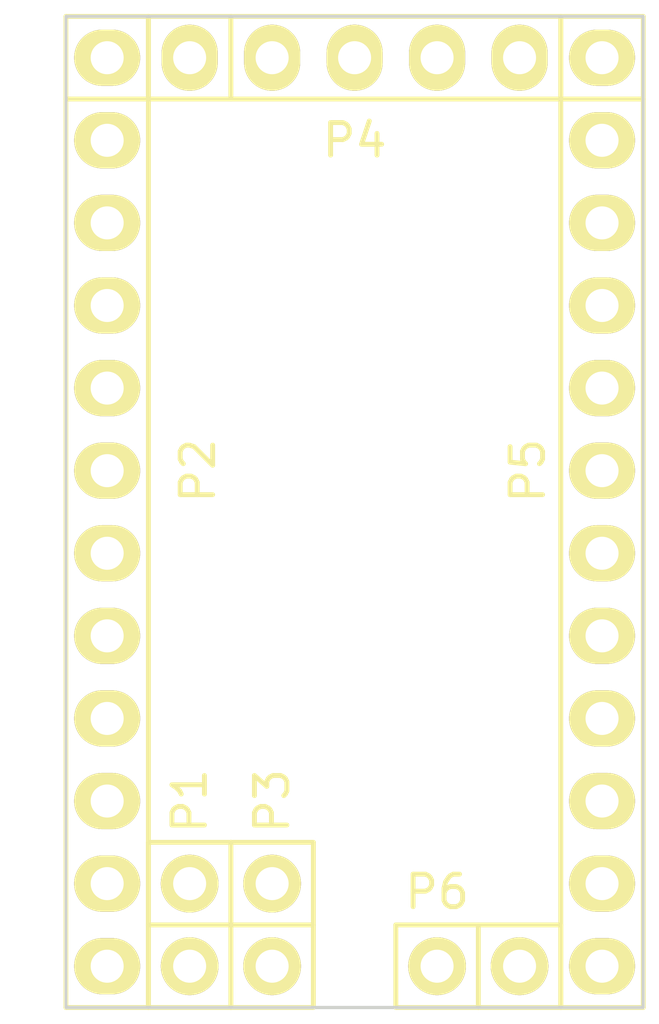
<source format=kicad_pcb>
(kicad_pcb (version 20210126) (generator pcbnew)
  (title_block (date "sam. 04 avril 2015"))
  (layers (0 "F.Cu" signal) (31 "B.Cu" signal) (34 "B.Paste" user) (35 "F.Paste" user) (36 "B.SilkS" user "B.Silkscreen") (37 "F.SilkS" user "F.Silkscreen") (38 "B.Mask" user) (39 "F.Mask" user) (44 "Edge.Cuts" user))
  (net 0 "")
  (net 1 "/A6")
  (net 2 "/A4")
  (net 3 "/1(Tx)")
  (net 4 "/0(Rx)")
  (net 5 "/Reset")
  (net 6 "GND")
  (net 7 "/2")
  (net 8 "/3(**)")
  (net 9 "/4")
  (net 10 "/5(**)")
  (net 11 "/6(**)")
  (net 12 "/7")
  (net 13 "/8")
  (net 14 "/9(**)")
  (net 15 "/A7")
  (net 16 "/A5")
  (net 17 "+5V")
  (net 18 "+9V")
  (net 19 "/A3")
  (net 20 "/A2")
  (net 21 "/A1")
  (net 22 "/A0")
  (net 23 "/13(SCK)")
  (net 24 "/10(**/SS)")
  (net 25 "/12(**/MISO)")
  (net 26 "/11(MOSI)")
  (footprint "Socket_Arduino_Mini:Socket_Strip_Arduino_1x12" (layer "F.Cu") (at 135.763 77.216 -90)
    (fp_text reference "P2" (at 12.7 -2.794 -90) (layer "F.SilkS"))
    (fp_text value "Digital")
    (fp_line (start 1.27 1.27) (end 29.21 1.27) (layer "F.SilkS") (width 0.15))
    (fp_line (start -1.27 1.27) (end 1.27 1.27) (layer "F.SilkS") (width 0.15))
    (fp_line (start 29.21 -1.27) (end 1.27 -1.27) (layer "F.SilkS") (width 0.15))
    (fp_line (start 1.27 1.27) (end 1.27 -1.27) (layer "F.SilkS") (width 0.15))
    (fp_line (start 1.27 -1.27) (end -1.27 -1.27) (layer "F.SilkS") (width 0.15))
    (fp_line (start -1.27 -1.27) (end -1.27 1.27) (layer "F.SilkS") (width 0.15))
    (fp_line (start 29.21 1.27) (end 29.21 -1.27) (layer "F.SilkS") (width 0.15))
    (pad "1" thru_hole oval (at 0 0 270) (size 1.7272 2.032) (drill 1.016) (layers *.Cu *.Mask "F.SilkS") (net 3 "/1(Tx)"))
    (pad "2" thru_hole oval (at 2.54 0 270) (size 1.7272 2.032) (drill 1.016) (layers *.Cu *.Mask "F.SilkS") (net 4 "/0(Rx)"))
    (pad "3" thru_hole oval (at 5.08 0 270) (size 1.7272 2.032) (drill 1.016) (layers *.Cu *.Mask "F.SilkS") (net 5 "/Reset"))
    (pad "4" thru_hole oval (at 7.62 0 270) (size 1.7272 2.032) (drill 1.016) (layers *.Cu *.Mask "F.SilkS") (net 6 "GND"))
    (pad "5" thru_hole oval (at 10.16 0 270) (size 1.7272 2.032) (drill 1.016) (layers *.Cu *.Mask "F.SilkS") (net 7 "/2"))
    (pad "6" thru_hole oval (at 12.7 0 270) (size 1.7272 2.032) (drill 1.016) (layers *.Cu *.Mask "F.SilkS") (net 8 "/3(**)"))
    (pad "7" thru_hole oval (at 15.24 0 270) (size 1.7272 2.032) (drill 1.016) (layers *.Cu *.Mask "F.SilkS") (net 9 "/4"))
    (pad "8" thru_hole oval (at 17.78 0 270) (size 1.7272 2.032) (drill 1.016) (layers *.Cu *.Mask "F.SilkS") (net 10 "/5(**)"))
    (pad "9" thru_hole oval (at 20.32 0 270) (size 1.7272 2.032) (drill 1.016) (layers *.Cu *.Mask "F.SilkS") (net 11 "/6(**)"))
    (pad "10" thru_hole oval (at 22.86 0 270) (size 1.7272 2.032) (drill 1.016) (layers *.Cu *.Mask "F.SilkS") (net 12 "/7"))
    (pad "11" thru_hole oval (at 25.4 0 270) (size 1.7272 2.032) (drill 1.016) (layers *.Cu *.Mask "F.SilkS") (net 13 "/8"))
    (pad "12" thru_hole oval (at 27.94 0 270) (size 1.7272 2.032) (drill 1.016) (layers *.Cu *.Mask "F.SilkS") (net 14 "/9(**)"))
  )
  (footprint "Socket_Arduino_Mini:Socket_Strip_Arduino_1x05" (layer "F.Cu") (at 138.303 77.216)
    (fp_text reference "P4" (at 5.08 2.54) (layer "F.SilkS"))
    (fp_text value "COM")
    (fp_line (start 11.43 -1.27) (end 1.27 -1.27) (layer "F.SilkS") (width 0.15))
    (fp_line (start -1.27 1.27) (end 1.27 1.27) (layer "F.SilkS") (width 0.15))
    (fp_line (start -1.27 -1.27) (end -1.27 1.27) (layer "F.SilkS") (width 0.15))
    (fp_line (start 1.27 1.27) (end 1.27 -1.27) (layer "F.SilkS") (width 0.15))
    (fp_line (start 1.27 -1.27) (end -1.27 -1.27) (layer "F.SilkS") (width 0.15))
    (fp_line (start 1.27 1.27) (end 11.43 1.27) (layer "F.SilkS") (width 0.15))
    (fp_line (start 11.43 1.27) (end 11.43 -1.27) (layer "F.SilkS") (width 0.15))
    (pad "1" thru_hole oval (at 0 0) (size 1.7272 2.032) (drill 1.016) (layers *.Cu *.Mask "F.SilkS") (net 5 "/Reset"))
    (pad "2" thru_hole oval (at 2.54 0) (size 1.7272 2.032) (drill 1.016) (layers *.Cu *.Mask "F.SilkS") (net 3 "/1(Tx)"))
    (pad "3" thru_hole oval (at 5.08 0) (size 1.7272 2.032) (drill 1.016) (layers *.Cu *.Mask "F.SilkS") (net 4 "/0(Rx)"))
    (pad "4" thru_hole oval (at 7.62 0) (size 1.7272 2.032) (drill 1.016) (layers *.Cu *.Mask "F.SilkS") (net 17 "+5V"))
    (pad "5" thru_hole oval (at 10.16 0) (size 1.7272 2.032) (drill 1.016) (layers *.Cu *.Mask "F.SilkS") (net 6 "GND"))
  )
  (footprint "Socket_Arduino_Mini:Socket_Strip_Arduino_1x12" (layer "F.Cu") (at 151.003 77.216 -90)
    (fp_text reference "P5" (at 12.7 2.286 -90) (layer "F.SilkS"))
    (fp_text value "Analog")
    (fp_line (start -1.27 -1.27) (end -1.27 1.27) (layer "F.SilkS") (width 0.15))
    (fp_line (start 1.27 1.27) (end 1.27 -1.27) (layer "F.SilkS") (width 0.15))
    (fp_line (start 1.27 -1.27) (end -1.27 -1.27) (layer "F.SilkS") (width 0.15))
    (fp_line (start -1.27 1.27) (end 1.27 1.27) (layer "F.SilkS") (width 0.15))
    (fp_line (start 1.27 1.27) (end 29.21 1.27) (layer "F.SilkS") (width 0.15))
    (fp_line (start 29.21 1.27) (end 29.21 -1.27) (layer "F.SilkS") (width 0.15))
    (fp_line (start 29.21 -1.27) (end 1.27 -1.27) (layer "F.SilkS") (width 0.15))
    (pad "1" thru_hole oval (at 0 0 270) (size 1.7272 2.032) (drill 1.016) (layers *.Cu *.Mask "F.SilkS") (net 18 "+9V"))
    (pad "2" thru_hole oval (at 2.54 0 270) (size 1.7272 2.032) (drill 1.016) (layers *.Cu *.Mask "F.SilkS") (net 6 "GND"))
    (pad "3" thru_hole oval (at 5.08 0 270) (size 1.7272 2.032) (drill 1.016) (layers *.Cu *.Mask "F.SilkS") (net 5 "/Reset"))
    (pad "4" thru_hole oval (at 7.62 0 270) (size 1.7272 2.032) (drill 1.016) (layers *.Cu *.Mask "F.SilkS") (net 17 "+5V"))
    (pad "5" thru_hole oval (at 10.16 0 270) (size 1.7272 2.032) (drill 1.016) (layers *.Cu *.Mask "F.SilkS") (net 19 "/A3"))
    (pad "6" thru_hole oval (at 12.7 0 270) (size 1.7272 2.032) (drill 1.016) (layers *.Cu *.Mask "F.SilkS") (net 20 "/A2"))
    (pad "7" thru_hole oval (at 15.24 0 270) (size 1.7272 2.032) (drill 1.016) (layers *.Cu *.Mask "F.SilkS") (net 21 "/A1"))
    (pad "8" thru_hole oval (at 17.78 0 270) (size 1.7272 2.032) (drill 1.016) (layers *.Cu *.Mask "F.SilkS") (net 22 "/A0"))
    (pad "9" thru_hole oval (at 20.32 0 270) (size 1.7272 2.032) (drill 1.016) (layers *.Cu *.Mask "F.SilkS") (net 23 "/13(SCK)"))
    (pad "10" thru_hole oval (at 22.86 0 270) (size 1.7272 2.032) (drill 1.016) (layers *.Cu *.Mask "F.SilkS") (net 25 "/12(**/MISO)"))
    (pad "11" thru_hole oval (at 25.4 0 270) (size 1.7272 2.032) (drill 1.016) (layers *.Cu *.Mask "F.SilkS") (net 26 "/11(MOSI)"))
    (pad "12" thru_hole oval (at 27.94 0 270) (size 1.7272 2.032) (drill 1.016) (layers *.Cu *.Mask "F.SilkS") (net 24 "/10(**/SS)"))
  )
  (footprint "Socket_Arduino_Mini:Socket_Strip_Arduino_1x02" (layer "F.Cu") (at 138.303 102.616 -90)
    (fp_text reference "P1" (at -2.54 0 -90) (layer "F.SilkS"))
    (fp_text value "ADC")
    (fp_line (start 3.81 -1.27) (end 3.81 1.27) (layer "F.SilkS") (width 0.15))
    (fp_line (start -1.27 -1.27) (end -1.27 1.27) (layer "F.SilkS") (width 0.15))
    (fp_line (start -1.27 1.27) (end 1.27 1.27) (layer "F.SilkS") (width 0.15))
    (fp_line (start 3.81 1.27) (end 1.27 1.27) (layer "F.SilkS") (width 0.15))
    (fp_line (start 1.27 -1.27) (end -1.27 -1.27) (layer "F.SilkS") (width 0.15))
    (fp_line (start 1.27 -1.27) (end 3.81 -1.27) (layer "F.SilkS") (width 0.15))
    (fp_line (start 1.27 1.27) (end 1.27 -1.27) (layer "F.SilkS") (width 0.15))
    (pad "1" thru_hole circle (at 0 0 270) (size 1.778 1.778) (drill 1.016) (layers *.Cu *.Mask "F.SilkS") (net 1 "/A6"))
    (pad "2" thru_hole circle (at 2.54 0 270) (size 1.778 1.778) (drill 1.016) (layers *.Cu *.Mask "F.SilkS") (net 2 "/A4"))
  )
  (footprint "Socket_Arduino_Mini:Socket_Strip_Arduino_1x02" (layer "F.Cu") (at 140.843 102.616 -90)
    (fp_text reference "P3" (at -2.54 0 -90) (layer "F.SilkS"))
    (fp_text value "ADC")
    (fp_line (start 1.27 -1.27) (end 3.81 -1.27) (layer "F.SilkS") (width 0.15))
    (fp_line (start 3.81 -1.27) (end 3.81 1.27) (layer "F.SilkS") (width 0.15))
    (fp_line (start 1.27 -1.27) (end -1.27 -1.27) (layer "F.SilkS") (width 0.15))
    (fp_line (start -1.27 1.27) (end 1.27 1.27) (layer "F.SilkS") (width 0.15))
    (fp_line (start -1.27 -1.27) (end -1.27 1.27) (layer "F.SilkS") (width 0.15))
    (fp_line (start 3.81 1.27) (end 1.27 1.27) (layer "F.SilkS") (width 0.15))
    (fp_line (start 1.27 1.27) (end 1.27 -1.27) (layer "F.SilkS") (width 0.15))
    (pad "1" thru_hole circle (at 0 0 270) (size 1.778 1.778) (drill 1.016) (layers *.Cu *.Mask "F.SilkS") (net 15 "/A7"))
    (pad "2" thru_hole circle (at 2.54 0 270) (size 1.778 1.778) (drill 1.016) (layers *.Cu *.Mask "F.SilkS") (net 16 "/A5"))
  )
  (footprint "Socket_Arduino_Mini:Socket_Strip_Arduino_1x02" (layer "F.Cu") (at 145.923 105.156)
    (fp_text reference "P6" (at 0 -2.286) (layer "F.SilkS"))
    (fp_text value "PWR")
    (fp_line (start 1.27 -1.27) (end -1.27 -1.27) (layer "F.SilkS") (width 0.15))
    (fp_line (start -1.27 -1.27) (end -1.27 1.27) (layer "F.SilkS") (width 0.15))
    (fp_line (start 1.27 1.27) (end 1.27 -1.27) (layer "F.SilkS") (width 0.15))
    (fp_line (start -1.27 1.27) (end 1.27 1.27) (layer "F.SilkS") (width 0.15))
    (fp_line (start 3.81 1.27) (end 1.27 1.27) (layer "F.SilkS") (width 0.15))
    (fp_line (start 3.81 -1.27) (end 3.81 1.27) (layer "F.SilkS") (width 0.15))
    (fp_line (start 1.27 -1.27) (end 3.81 -1.27) (layer "F.SilkS") (width 0.15))
    (pad "1" thru_hole circle (at 0 0) (size 1.778 1.778) (drill 1.016) (layers *.Cu *.Mask "F.SilkS") (net 17 "+5V"))
    (pad "2" thru_hole circle (at 2.54 0) (size 1.778 1.778) (drill 1.016) (layers *.Cu *.Mask "F.SilkS") (net 6 "GND"))
  )
  (gr_line (start 134.493 106.426) (end 152.273 106.426) (angle 90) (layer "Edge.Cuts") (width 0.1))
  (gr_line (start 152.273 75.946) (end 134.493 75.946) (angle 90) (layer "Edge.Cuts") (width 0.1))
  (gr_line (start 134.493 75.946) (end 134.493 106.426) (angle 90) (layer "Edge.Cuts") (width 0.1))
  (gr_line (start 152.273 106.426) (end 152.273 75.946) (angle 90) (layer "Edge.Cuts") (width 0.1))
)
</source>
